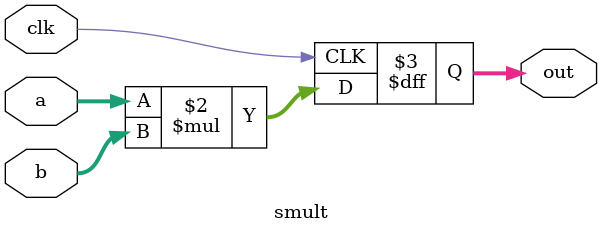
<source format=sv>
module smult
#(
  parameter AWIDTH = 8,
  parameter BWIDTH = 8,
  parameter PIPELINE = 1,
  parameter OWIDTH = AWIDTH + BWIDTH
)
(
  input wire                          clk = '0,
  input         signed  [AWIDTH-1:0]  a,
  input         signed  [BWIDTH-1:0]  b,
  output logic  signed  [OWIDTH-1:0]  out
);

generate
  if(PIPELINE == 0)
    assign out = a * b;
  else if(PIPELINE == 1) begin
    always_ff @ (posedge clk) out <= a * b;
  end
  else if (PIPELINE == 2) begin
    logic signed [AWIDTH-1:0] ar;
    logic signed [BWIDTH-1:0] br;
    always_ff @ (posedge clk) begin
      ar <= a;
      br <= b;
      out <= ar * br;
    end
  end
  else
    $fatal("PIPELINE must be 0,1,2");
  
endgenerate

endmodule
</source>
